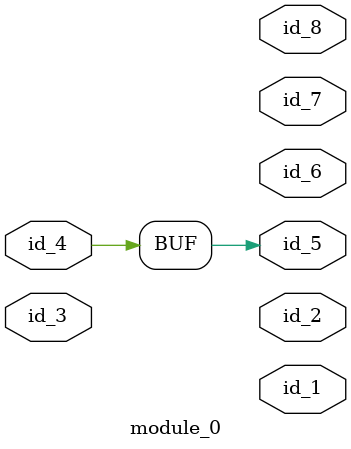
<source format=v>
module module_0 (
    id_1,
    id_2,
    id_3,
    id_4,
    id_5,
    id_6,
    id_7,
    id_8
);
  output id_8;
  output id_7;
  output id_6;
  output id_5;
  inout id_4;
  input id_3;
  output id_2;
  output id_1;
  assign id_6[~1] = 1;
  assign id_5 = id_4;
endmodule

</source>
